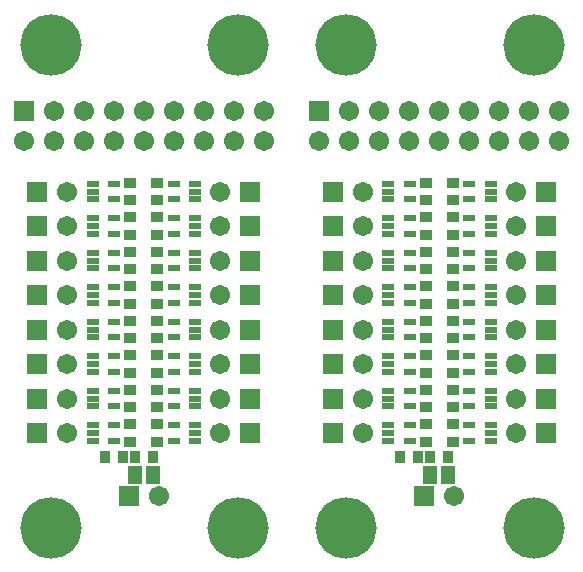
<source format=gts>
%FSLAX24Y24*%
%MOIN*%
G70*
G01*
G75*
G04 Layer_Color=8388736*
%ADD10R,0.0433X0.0551*%
%ADD11R,0.0354X0.0276*%
%ADD12R,0.0335X0.0138*%
%ADD13R,0.0276X0.0354*%
%ADD14C,0.0100*%
%ADD15C,0.0300*%
%ADD16C,0.0250*%
%ADD17R,0.0591X0.0591*%
%ADD18C,0.0591*%
%ADD19C,0.1969*%
%ADD20C,0.0150*%
%ADD21C,0.0200*%
%ADD22C,0.0098*%
%ADD23C,0.0079*%
%ADD24C,0.0063*%
%ADD25C,0.0060*%
%ADD26R,0.0513X0.0631*%
%ADD27R,0.0434X0.0356*%
%ADD28R,0.0415X0.0218*%
%ADD29R,0.0356X0.0434*%
%ADD30R,0.0671X0.0671*%
%ADD31C,0.0671*%
%ADD32C,0.2049*%
D26*
X24498Y33800D02*
D03*
X25089D02*
D03*
X14655D02*
D03*
X15245D02*
D03*
D27*
X24343Y43545D02*
D03*
Y42955D02*
D03*
Y42395D02*
D03*
Y41805D02*
D03*
Y41245D02*
D03*
Y40655D02*
D03*
Y40095D02*
D03*
Y39505D02*
D03*
Y38945D02*
D03*
Y38355D02*
D03*
Y37795D02*
D03*
Y37205D02*
D03*
Y36645D02*
D03*
Y36055D02*
D03*
Y35495D02*
D03*
Y34905D02*
D03*
X25243Y42955D02*
D03*
Y43545D02*
D03*
Y41805D02*
D03*
Y42395D02*
D03*
Y40655D02*
D03*
Y41245D02*
D03*
Y39505D02*
D03*
Y40095D02*
D03*
Y38355D02*
D03*
Y38945D02*
D03*
Y37205D02*
D03*
Y37795D02*
D03*
Y36055D02*
D03*
Y36645D02*
D03*
Y34905D02*
D03*
Y35495D02*
D03*
X14500Y43545D02*
D03*
Y42955D02*
D03*
Y42395D02*
D03*
Y41805D02*
D03*
Y41245D02*
D03*
Y40655D02*
D03*
Y40095D02*
D03*
Y39505D02*
D03*
Y38945D02*
D03*
Y38355D02*
D03*
Y37795D02*
D03*
Y37205D02*
D03*
Y36645D02*
D03*
Y36055D02*
D03*
Y35495D02*
D03*
Y34905D02*
D03*
X15400Y42955D02*
D03*
Y43545D02*
D03*
Y41805D02*
D03*
Y42395D02*
D03*
Y40655D02*
D03*
Y41245D02*
D03*
Y39505D02*
D03*
Y40095D02*
D03*
Y38355D02*
D03*
Y38945D02*
D03*
Y37205D02*
D03*
Y37795D02*
D03*
Y36055D02*
D03*
Y36645D02*
D03*
Y34905D02*
D03*
Y35495D02*
D03*
D28*
X23079Y43506D02*
D03*
Y43250D02*
D03*
Y42994D02*
D03*
X23807D02*
D03*
Y43506D02*
D03*
X23079Y42356D02*
D03*
Y42100D02*
D03*
Y41844D02*
D03*
X23807D02*
D03*
Y42356D02*
D03*
X23079Y41206D02*
D03*
Y40950D02*
D03*
Y40694D02*
D03*
X23807D02*
D03*
Y41206D02*
D03*
X23079Y40056D02*
D03*
Y39800D02*
D03*
Y39544D02*
D03*
X23807D02*
D03*
Y40056D02*
D03*
X23079Y38906D02*
D03*
Y38650D02*
D03*
Y38394D02*
D03*
X23807D02*
D03*
Y38906D02*
D03*
X23079Y37756D02*
D03*
Y37500D02*
D03*
Y37244D02*
D03*
X23807D02*
D03*
Y37756D02*
D03*
X23079Y36606D02*
D03*
Y36350D02*
D03*
Y36094D02*
D03*
X23807D02*
D03*
Y36606D02*
D03*
X23079Y35456D02*
D03*
Y35200D02*
D03*
Y34944D02*
D03*
X23807D02*
D03*
Y35456D02*
D03*
X26507Y42994D02*
D03*
Y43250D02*
D03*
Y43506D02*
D03*
X25779D02*
D03*
Y42994D02*
D03*
X26507Y41844D02*
D03*
Y42100D02*
D03*
Y42356D02*
D03*
X25779D02*
D03*
Y41844D02*
D03*
X26507Y40694D02*
D03*
Y40950D02*
D03*
Y41206D02*
D03*
X25779D02*
D03*
Y40694D02*
D03*
X26507Y39544D02*
D03*
Y39800D02*
D03*
Y40056D02*
D03*
X25779D02*
D03*
Y39544D02*
D03*
X26507Y38394D02*
D03*
Y38650D02*
D03*
Y38906D02*
D03*
X25779D02*
D03*
Y38394D02*
D03*
X26507Y37244D02*
D03*
Y37500D02*
D03*
Y37756D02*
D03*
X25779D02*
D03*
Y37244D02*
D03*
X26507Y36094D02*
D03*
Y36350D02*
D03*
Y36606D02*
D03*
X25779D02*
D03*
Y36094D02*
D03*
X26507Y34944D02*
D03*
Y35200D02*
D03*
Y35456D02*
D03*
X25779D02*
D03*
Y34944D02*
D03*
X13236Y43506D02*
D03*
Y43250D02*
D03*
Y42994D02*
D03*
X13964D02*
D03*
Y43506D02*
D03*
X13236Y42356D02*
D03*
Y42100D02*
D03*
Y41844D02*
D03*
X13964D02*
D03*
Y42356D02*
D03*
X13236Y41206D02*
D03*
Y40950D02*
D03*
Y40694D02*
D03*
X13964D02*
D03*
Y41206D02*
D03*
X13236Y40056D02*
D03*
Y39800D02*
D03*
Y39544D02*
D03*
X13964D02*
D03*
Y40056D02*
D03*
X13236Y38906D02*
D03*
Y38650D02*
D03*
Y38394D02*
D03*
X13964D02*
D03*
Y38906D02*
D03*
X13236Y37756D02*
D03*
Y37500D02*
D03*
Y37244D02*
D03*
X13964D02*
D03*
Y37756D02*
D03*
X13236Y36606D02*
D03*
Y36350D02*
D03*
Y36094D02*
D03*
X13964D02*
D03*
Y36606D02*
D03*
X13236Y35456D02*
D03*
Y35200D02*
D03*
Y34944D02*
D03*
X13964D02*
D03*
Y35456D02*
D03*
X16664Y42994D02*
D03*
Y43250D02*
D03*
Y43506D02*
D03*
X15936D02*
D03*
Y42994D02*
D03*
X16664Y41844D02*
D03*
Y42100D02*
D03*
Y42356D02*
D03*
X15936D02*
D03*
Y41844D02*
D03*
X16664Y40694D02*
D03*
Y40950D02*
D03*
Y41206D02*
D03*
X15936D02*
D03*
Y40694D02*
D03*
X16664Y39544D02*
D03*
Y39800D02*
D03*
Y40056D02*
D03*
X15936D02*
D03*
Y39544D02*
D03*
X16664Y38394D02*
D03*
Y38650D02*
D03*
Y38906D02*
D03*
X15936D02*
D03*
Y38394D02*
D03*
X16664Y37244D02*
D03*
Y37500D02*
D03*
Y37756D02*
D03*
X15936D02*
D03*
Y37244D02*
D03*
X16664Y36094D02*
D03*
Y36350D02*
D03*
Y36606D02*
D03*
X15936D02*
D03*
Y36094D02*
D03*
X16664Y34944D02*
D03*
Y35200D02*
D03*
Y35456D02*
D03*
X15936D02*
D03*
Y34944D02*
D03*
D29*
X24498Y34400D02*
D03*
X25089D02*
D03*
X24089D02*
D03*
X23498D02*
D03*
X14655D02*
D03*
X15245D02*
D03*
X14245D02*
D03*
X13655D02*
D03*
D30*
X21243Y43250D02*
D03*
Y42100D02*
D03*
Y40950D02*
D03*
Y39800D02*
D03*
X24293Y33100D02*
D03*
X21243Y38650D02*
D03*
Y37500D02*
D03*
Y36350D02*
D03*
Y35200D02*
D03*
X28343Y43250D02*
D03*
Y42100D02*
D03*
Y40950D02*
D03*
Y39800D02*
D03*
Y38650D02*
D03*
Y37500D02*
D03*
Y36350D02*
D03*
Y35200D02*
D03*
X20793Y45950D02*
D03*
X11400Y43250D02*
D03*
Y42100D02*
D03*
Y40950D02*
D03*
Y39800D02*
D03*
X14450Y33100D02*
D03*
X11400Y38650D02*
D03*
Y37500D02*
D03*
Y36350D02*
D03*
Y35200D02*
D03*
X18500Y43250D02*
D03*
Y42100D02*
D03*
Y40950D02*
D03*
Y39800D02*
D03*
Y38650D02*
D03*
Y37500D02*
D03*
Y36350D02*
D03*
Y35200D02*
D03*
X10950Y45950D02*
D03*
D31*
X22243Y43250D02*
D03*
Y42100D02*
D03*
Y40950D02*
D03*
Y39800D02*
D03*
X25293Y33100D02*
D03*
X22243Y38650D02*
D03*
Y37500D02*
D03*
Y36350D02*
D03*
Y35200D02*
D03*
X27343Y43250D02*
D03*
Y42100D02*
D03*
Y40950D02*
D03*
Y39800D02*
D03*
Y38650D02*
D03*
Y37500D02*
D03*
Y36350D02*
D03*
Y35200D02*
D03*
X28793Y44950D02*
D03*
Y45950D02*
D03*
X27793Y44950D02*
D03*
Y45950D02*
D03*
X26793Y44950D02*
D03*
Y45950D02*
D03*
X25793Y44950D02*
D03*
Y45950D02*
D03*
X24793Y44950D02*
D03*
Y45950D02*
D03*
X23793Y44950D02*
D03*
Y45950D02*
D03*
X22793Y44950D02*
D03*
Y45950D02*
D03*
X21793Y44950D02*
D03*
Y45950D02*
D03*
X20793Y44950D02*
D03*
X12400Y43250D02*
D03*
Y42100D02*
D03*
Y40950D02*
D03*
Y39800D02*
D03*
X15450Y33100D02*
D03*
X12400Y38650D02*
D03*
Y37500D02*
D03*
Y36350D02*
D03*
Y35200D02*
D03*
X17500Y43250D02*
D03*
Y42100D02*
D03*
Y40950D02*
D03*
Y39800D02*
D03*
Y38650D02*
D03*
Y37500D02*
D03*
Y36350D02*
D03*
Y35200D02*
D03*
X18950Y44950D02*
D03*
Y45950D02*
D03*
X17950Y44950D02*
D03*
Y45950D02*
D03*
X16950Y44950D02*
D03*
Y45950D02*
D03*
X15950Y44950D02*
D03*
Y45950D02*
D03*
X14950Y44950D02*
D03*
Y45950D02*
D03*
X13950Y44950D02*
D03*
Y45950D02*
D03*
X12950Y44950D02*
D03*
Y45950D02*
D03*
X11950Y44950D02*
D03*
Y45950D02*
D03*
X10950Y44950D02*
D03*
D32*
X21693Y48150D02*
D03*
X27943D02*
D03*
Y32050D02*
D03*
X21693D02*
D03*
X11850Y48150D02*
D03*
X18100D02*
D03*
Y32050D02*
D03*
X11850D02*
D03*
M02*

</source>
